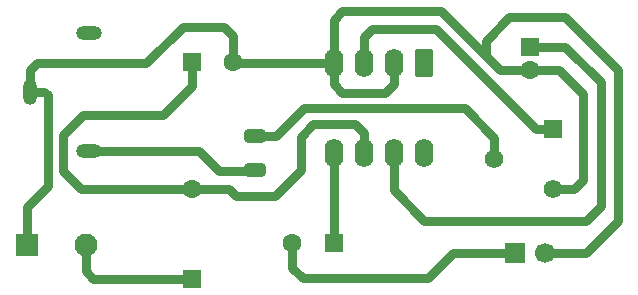
<source format=gbl>
G04 #@! TF.GenerationSoftware,KiCad,Pcbnew,9.0.1-9.0.1-0~ubuntu24.04.1*
G04 #@! TF.CreationDate,2025-05-03T19:14:28+01:00*
G04 #@! TF.ProjectId,Kicad_Amplificador,4b696361-645f-4416-9d70-6c6966696361,rev?*
G04 #@! TF.SameCoordinates,Original*
G04 #@! TF.FileFunction,Copper,L2,Bot*
G04 #@! TF.FilePolarity,Positive*
%FSLAX46Y46*%
G04 Gerber Fmt 4.6, Leading zero omitted, Abs format (unit mm)*
G04 Created by KiCad (PCBNEW 9.0.1-9.0.1-0~ubuntu24.04.1) date 2025-05-03 19:14:28*
%MOMM*%
%LPD*%
G01*
G04 APERTURE LIST*
G04 Aperture macros list*
%AMRoundRect*
0 Rectangle with rounded corners*
0 $1 Rounding radius*
0 $2 $3 $4 $5 $6 $7 $8 $9 X,Y pos of 4 corners*
0 Add a 4 corners polygon primitive as box body*
4,1,4,$2,$3,$4,$5,$6,$7,$8,$9,$2,$3,0*
0 Add four circle primitives for the rounded corners*
1,1,$1+$1,$2,$3*
1,1,$1+$1,$4,$5*
1,1,$1+$1,$6,$7*
1,1,$1+$1,$8,$9*
0 Add four rect primitives between the rounded corners*
20,1,$1+$1,$2,$3,$4,$5,0*
20,1,$1+$1,$4,$5,$6,$7,0*
20,1,$1+$1,$6,$7,$8,$9,0*
20,1,$1+$1,$8,$9,$2,$3,0*%
G04 Aperture macros list end*
G04 #@! TA.AperFunction,ComponentPad*
%ADD10RoundRect,0.250000X-0.550000X0.950000X-0.550000X-0.950000X0.550000X-0.950000X0.550000X0.950000X0*%
G04 #@! TD*
G04 #@! TA.AperFunction,ComponentPad*
%ADD11O,1.600000X2.400000*%
G04 #@! TD*
G04 #@! TA.AperFunction,ComponentPad*
%ADD12R,1.560000X1.560000*%
G04 #@! TD*
G04 #@! TA.AperFunction,ComponentPad*
%ADD13C,1.560000*%
G04 #@! TD*
G04 #@! TA.AperFunction,ComponentPad*
%ADD14R,1.600000X1.600000*%
G04 #@! TD*
G04 #@! TA.AperFunction,ComponentPad*
%ADD15C,1.600000*%
G04 #@! TD*
G04 #@! TA.AperFunction,ComponentPad*
%ADD16RoundRect,0.250000X0.550000X-0.550000X0.550000X0.550000X-0.550000X0.550000X-0.550000X-0.550000X0*%
G04 #@! TD*
G04 #@! TA.AperFunction,ComponentPad*
%ADD17R,1.950000X1.950000*%
G04 #@! TD*
G04 #@! TA.AperFunction,ComponentPad*
%ADD18C,1.950000*%
G04 #@! TD*
G04 #@! TA.AperFunction,ComponentPad*
%ADD19O,2.200000X1.200000*%
G04 #@! TD*
G04 #@! TA.AperFunction,ComponentPad*
%ADD20O,1.200000X2.200000*%
G04 #@! TD*
G04 #@! TA.AperFunction,SMDPad,CuDef*
%ADD21RoundRect,0.250000X0.650000X-0.325000X0.650000X0.325000X-0.650000X0.325000X-0.650000X-0.325000X0*%
G04 #@! TD*
G04 #@! TA.AperFunction,ComponentPad*
%ADD22R,1.700000X1.700000*%
G04 #@! TD*
G04 #@! TA.AperFunction,ComponentPad*
%ADD23C,1.700000*%
G04 #@! TD*
G04 #@! TA.AperFunction,Conductor*
%ADD24C,0.800000*%
G04 #@! TD*
G04 #@! TA.AperFunction,Conductor*
%ADD25C,0.200000*%
G04 #@! TD*
G04 APERTURE END LIST*
D10*
X139000000Y-95880000D03*
D11*
X136460000Y-95880000D03*
X133920000Y-95880000D03*
X131380000Y-95880000D03*
X131380000Y-103500000D03*
X133920000Y-103500000D03*
X136460000Y-103500000D03*
X139000000Y-103500000D03*
D12*
X149990000Y-101500000D03*
D13*
X144990000Y-104000000D03*
X149990000Y-106500000D03*
D14*
X148000000Y-94500000D03*
D15*
X148000000Y-96500000D03*
D16*
X119400000Y-114120000D03*
D15*
X119400000Y-106500000D03*
D14*
X119400000Y-95800000D03*
D15*
X122900000Y-95800000D03*
D14*
X131400000Y-111100000D03*
D15*
X127900000Y-111100000D03*
D17*
X105400000Y-111300000D03*
D18*
X110400000Y-111300000D03*
D19*
X110700000Y-93300000D03*
D20*
X105700000Y-98300000D03*
D19*
X110700000Y-103300000D03*
D21*
X124750000Y-104975000D03*
X124750000Y-102025000D03*
D22*
X146725000Y-112000000D03*
D23*
X149265000Y-112000000D03*
D24*
X144250000Y-95250000D02*
X144500000Y-95500000D01*
X151000000Y-92000000D02*
X155500000Y-96500000D01*
X132100000Y-91500000D02*
X140500000Y-91500000D01*
X152500000Y-105750000D02*
X151750000Y-106500000D01*
X106900000Y-98300000D02*
X107200000Y-98600000D01*
X107200000Y-98600000D02*
X107200000Y-106300000D01*
X131380000Y-95880000D02*
X122980000Y-95880000D01*
X122100000Y-92800000D02*
X122900000Y-93600000D01*
X131380000Y-97680000D02*
X131380000Y-95880000D01*
X155500000Y-109250000D02*
X152750000Y-112000000D01*
X105400000Y-108100000D02*
X105400000Y-111300000D01*
X155500000Y-96500000D02*
X155500000Y-109250000D01*
X136460000Y-97640000D02*
X135700000Y-98400000D01*
X146250000Y-92000000D02*
X151000000Y-92000000D01*
X148000000Y-96500000D02*
X150500000Y-96500000D01*
X151750000Y-106500000D02*
X149990000Y-106500000D01*
X118600000Y-92800000D02*
X122100000Y-92800000D01*
X131380000Y-92220000D02*
X131380000Y-95880000D01*
X152500000Y-98500000D02*
X152500000Y-105750000D01*
X135700000Y-98400000D02*
X132100000Y-98400000D01*
X115500000Y-95900000D02*
X118600000Y-92800000D01*
X122900000Y-93600000D02*
X122900000Y-95800000D01*
X145500000Y-96500000D02*
X144500000Y-95500000D01*
X140500000Y-91500000D02*
X144250000Y-95250000D01*
X144250000Y-94000000D02*
X146250000Y-92000000D01*
X132100000Y-98400000D02*
X131380000Y-97680000D01*
X105700000Y-96500000D02*
X106300000Y-95900000D01*
X150500000Y-96500000D02*
X152500000Y-98500000D01*
X106300000Y-95900000D02*
X115500000Y-95900000D01*
X144250000Y-95250000D02*
X144250000Y-94000000D01*
X107200000Y-106300000D02*
X105400000Y-108100000D01*
X148000000Y-96500000D02*
X145500000Y-96500000D01*
X105700000Y-98300000D02*
X106900000Y-98300000D01*
X136460000Y-95880000D02*
X136460000Y-97640000D01*
X131380000Y-92220000D02*
X132100000Y-91500000D01*
X152750000Y-112000000D02*
X149265000Y-112000000D01*
X105700000Y-98300000D02*
X105700000Y-96500000D01*
X133920000Y-101770000D02*
X133920000Y-103500000D01*
X119400000Y-106500000D02*
X110000000Y-106500000D01*
X108500000Y-102000000D02*
X110200000Y-100300000D01*
X108500000Y-105000000D02*
X108500000Y-102000000D01*
X126400000Y-107100000D02*
X128600000Y-104900000D01*
X110000000Y-106500000D02*
X108500000Y-105000000D01*
X129675000Y-101025000D02*
X133175000Y-101025000D01*
X116900000Y-100300000D02*
X119400000Y-97800000D01*
X110200000Y-100300000D02*
X116900000Y-100300000D01*
X128600000Y-104900000D02*
X128600000Y-102100000D01*
X119400000Y-97800000D02*
X119400000Y-95800000D01*
X133175000Y-101025000D02*
X133920000Y-101770000D01*
X123100000Y-107100000D02*
X126400000Y-107100000D01*
X122500000Y-106500000D02*
X123100000Y-107100000D01*
X119400000Y-106500000D02*
X122500000Y-106500000D01*
X128600000Y-102100000D02*
X129675000Y-101025000D01*
X110700000Y-103300000D02*
X120000000Y-103300000D01*
D25*
X124725000Y-105000000D02*
X124750000Y-104975000D01*
D24*
X120000000Y-103300000D02*
X121700000Y-105000000D01*
X121700000Y-105000000D02*
X124800000Y-105000000D01*
X142500000Y-99700000D02*
X144990000Y-102190000D01*
X144990000Y-102190000D02*
X144990000Y-104000000D01*
X124750000Y-102025000D02*
X126525000Y-102025000D01*
X126525000Y-102025000D02*
X128850000Y-99700000D01*
X128850000Y-99700000D02*
X142500000Y-99700000D01*
X154000000Y-108000000D02*
X152750000Y-109250000D01*
X136460000Y-106660000D02*
X136460000Y-103500000D01*
X151000000Y-94500000D02*
X154000000Y-97500000D01*
X152750000Y-109250000D02*
X139050000Y-109250000D01*
X139050000Y-109250000D02*
X136460000Y-106660000D01*
X148000000Y-94500000D02*
X151000000Y-94500000D01*
X154000000Y-97500000D02*
X154000000Y-108000000D01*
X131400000Y-111100000D02*
X131400000Y-103520000D01*
X127900000Y-111100000D02*
X127900000Y-113200000D01*
X141500000Y-112000000D02*
X146725000Y-112000000D01*
X127900000Y-113200000D02*
X128800000Y-114100000D01*
X128800000Y-114100000D02*
X139400000Y-114100000D01*
X139400000Y-114100000D02*
X141500000Y-112000000D01*
X134600000Y-93000000D02*
X133920000Y-93680000D01*
X133920000Y-93680000D02*
X133920000Y-95880000D01*
X140050000Y-93000000D02*
X134600000Y-93000000D01*
X149990000Y-101500000D02*
X148550000Y-101500000D01*
X148550000Y-101500000D02*
X140050000Y-93000000D01*
X110400000Y-113500000D02*
X110400000Y-111300000D01*
X119400000Y-114120000D02*
X111020000Y-114120000D01*
X111020000Y-114120000D02*
X110400000Y-113500000D01*
M02*

</source>
